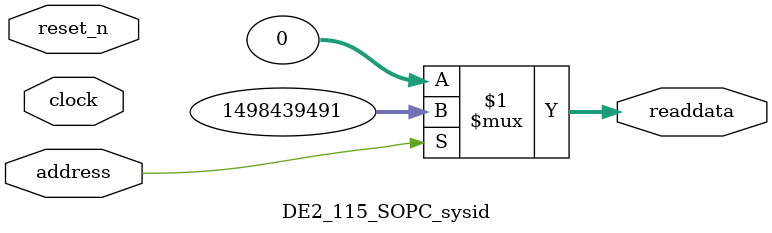
<source format=v>

`timescale 1ns / 1ps
// synthesis translate_on

// turn off superfluous verilog processor warnings 
// altera message_level Level1 
// altera message_off 10034 10035 10036 10037 10230 10240 10030 

module DE2_115_SOPC_sysid (
               // inputs:
                address,
                clock,
                reset_n,

               // outputs:
                readdata
             )
;

  output  [ 31: 0] readdata;
  input            address;
  input            clock;
  input            reset_n;

  wire    [ 31: 0] readdata;
  //control_slave, which is an e_avalon_slave
  assign readdata = address ? 1498439491 : 0;

endmodule




</source>
